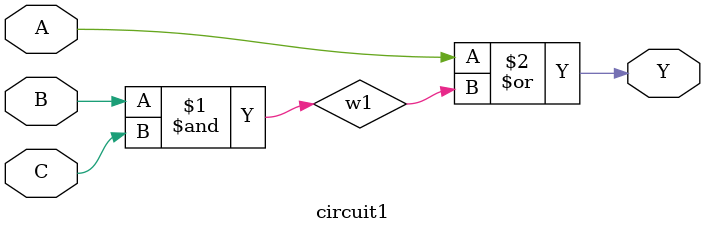
<source format=v>
module circuit1(A, B, C, Y);
input A, B, C;
output Y;
wire w1;
assign w1 = B & C;
assign Y = A | w1;
endmodule
</source>
